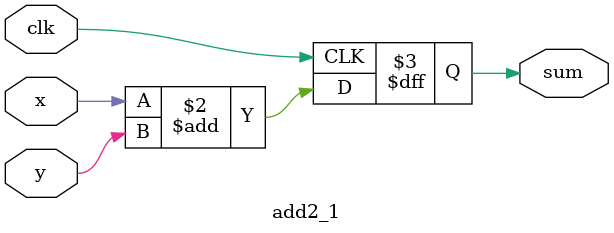
<source format=v>
module add2_1(sum,x,y,clk);
  output reg sum;
  input x,y,clk;
  reg t1,t2;
  always @(posedge clk) begin
      sum <= x + y;
  end
endmodule
</source>
